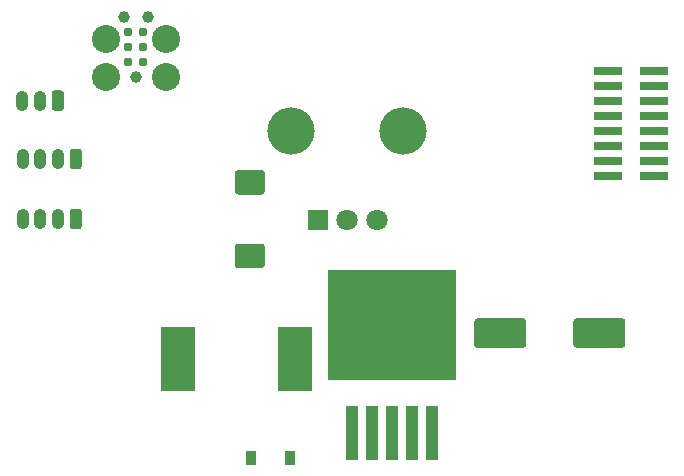
<source format=gbr>
%TF.GenerationSoftware,KiCad,Pcbnew,(5.1.9)-1*%
%TF.CreationDate,2024-04-03T16:53:24+03:00*%
%TF.ProjectId,jantteri_left,6a616e74-7465-4726-995f-6c6566742e6b,rev?*%
%TF.SameCoordinates,Original*%
%TF.FileFunction,Soldermask,Bot*%
%TF.FilePolarity,Negative*%
%FSLAX46Y46*%
G04 Gerber Fmt 4.6, Leading zero omitted, Abs format (unit mm)*
G04 Created by KiCad (PCBNEW (5.1.9)-1) date 2024-04-03 16:53:24*
%MOMM*%
%LPD*%
G01*
G04 APERTURE LIST*
%ADD10O,1.030000X1.730000*%
%ADD11C,2.374900*%
%ADD12C,0.990600*%
%ADD13C,0.787400*%
%ADD14R,0.900000X1.200000*%
%ADD15R,2.400000X0.740000*%
%ADD16R,2.900000X5.400000*%
%ADD17O,4.000000X4.000000*%
%ADD18C,1.800000*%
%ADD19R,1.800000X1.800000*%
%ADD20R,1.100000X4.600000*%
%ADD21R,10.800000X9.400000*%
G04 APERTURE END LIST*
%TO.C,J5*%
G36*
G01*
X138058999Y-75277392D02*
X138058999Y-76507394D01*
G75*
G02*
X137809000Y-76757393I-249999J0D01*
G01*
X137278998Y-76757393D01*
G75*
G02*
X137028999Y-76507394I0J249999D01*
G01*
X137028999Y-75277392D01*
G75*
G02*
X137278998Y-75027393I249999J0D01*
G01*
X137809000Y-75027393D01*
G75*
G02*
X138058999Y-75277392I0J-249999D01*
G01*
G37*
D10*
X136043999Y-75892393D03*
X134543999Y-75892393D03*
X133043999Y-75892393D03*
%TD*%
%TO.C,J4*%
X133043999Y-70812393D03*
X134543999Y-70812393D03*
X136043999Y-70812393D03*
G36*
G01*
X138058999Y-70197392D02*
X138058999Y-71427394D01*
G75*
G02*
X137809000Y-71677393I-249999J0D01*
G01*
X137278998Y-71677393D01*
G75*
G02*
X137028999Y-71427394I0J249999D01*
G01*
X137028999Y-70197392D01*
G75*
G02*
X137278998Y-69947393I249999J0D01*
G01*
X137809000Y-69947393D01*
G75*
G02*
X138058999Y-70197392I0J-249999D01*
G01*
G37*
%TD*%
D11*
%TO.C,J3*%
X140083999Y-63827393D03*
X145163999Y-63827393D03*
X145163999Y-60652393D03*
X140083999Y-60652393D03*
D12*
X143639999Y-58747393D03*
X141607999Y-58747393D03*
X142623999Y-63827393D03*
D13*
X141988999Y-62557393D03*
X143258999Y-62557393D03*
X141988999Y-61287393D03*
X143258999Y-61287393D03*
X141988999Y-60017393D03*
X143258999Y-60017393D03*
%TD*%
%TO.C,C15*%
G36*
G01*
X184075999Y-84544393D02*
X184075999Y-86544393D01*
G75*
G02*
X183825999Y-86794393I-250000J0D01*
G01*
X179925999Y-86794393D01*
G75*
G02*
X179675999Y-86544393I0J250000D01*
G01*
X179675999Y-84544393D01*
G75*
G02*
X179925999Y-84294393I250000J0D01*
G01*
X183825999Y-84294393D01*
G75*
G02*
X184075999Y-84544393I0J-250000D01*
G01*
G37*
G36*
G01*
X175675999Y-84544393D02*
X175675999Y-86544393D01*
G75*
G02*
X175425999Y-86794393I-250000J0D01*
G01*
X171525999Y-86794393D01*
G75*
G02*
X171275999Y-86544393I0J250000D01*
G01*
X171275999Y-84544393D01*
G75*
G02*
X171525999Y-84294393I250000J0D01*
G01*
X175425999Y-84294393D01*
G75*
G02*
X175675999Y-84544393I0J-250000D01*
G01*
G37*
%TD*%
%TO.C,C16*%
G36*
G01*
X153300999Y-80042393D02*
X151250999Y-80042393D01*
G75*
G02*
X151000999Y-79792393I0J250000D01*
G01*
X151000999Y-78217393D01*
G75*
G02*
X151250999Y-77967393I250000J0D01*
G01*
X153300999Y-77967393D01*
G75*
G02*
X153550999Y-78217393I0J-250000D01*
G01*
X153550999Y-79792393D01*
G75*
G02*
X153300999Y-80042393I-250000J0D01*
G01*
G37*
G36*
G01*
X153300999Y-73817393D02*
X151250999Y-73817393D01*
G75*
G02*
X151000999Y-73567393I0J250000D01*
G01*
X151000999Y-71992393D01*
G75*
G02*
X151250999Y-71742393I250000J0D01*
G01*
X153300999Y-71742393D01*
G75*
G02*
X153550999Y-71992393I0J-250000D01*
G01*
X153550999Y-73567393D01*
G75*
G02*
X153300999Y-73817393I-250000J0D01*
G01*
G37*
%TD*%
D14*
%TO.C,D2*%
X155703999Y-96085393D03*
X152403999Y-96085393D03*
%TD*%
D15*
%TO.C,J1*%
X182583999Y-72209393D03*
X186483999Y-72209393D03*
X182583999Y-70939393D03*
X186483999Y-70939393D03*
X182583999Y-69669393D03*
X186483999Y-69669393D03*
X182583999Y-68399393D03*
X186483999Y-68399393D03*
X182583999Y-67129393D03*
X186483999Y-67129393D03*
X182583999Y-65859393D03*
X186483999Y-65859393D03*
X182583999Y-64589393D03*
X186483999Y-64589393D03*
X182583999Y-63319393D03*
X186483999Y-63319393D03*
%TD*%
%TO.C,J2*%
G36*
G01*
X136534999Y-65244392D02*
X136534999Y-66474394D01*
G75*
G02*
X136285000Y-66724393I-249999J0D01*
G01*
X135754998Y-66724393D01*
G75*
G02*
X135504999Y-66474394I0J249999D01*
G01*
X135504999Y-65244392D01*
G75*
G02*
X135754998Y-64994393I249999J0D01*
G01*
X136285000Y-64994393D01*
G75*
G02*
X136534999Y-65244392I0J-249999D01*
G01*
G37*
D10*
X134519999Y-65859393D03*
X133019999Y-65859393D03*
%TD*%
D16*
%TO.C,L1*%
X146185999Y-87703393D03*
X156085999Y-87703393D03*
%TD*%
D17*
%TO.C,RV1*%
X165266399Y-68443193D03*
X155766399Y-68443193D03*
D18*
X163016399Y-75943193D03*
X160516399Y-75943193D03*
D19*
X158016399Y-75943193D03*
%TD*%
D20*
%TO.C,U3*%
X167740999Y-93986393D03*
X166040999Y-93986393D03*
X164340999Y-93986393D03*
X162640999Y-93986393D03*
X160940999Y-93986393D03*
D21*
X164340999Y-84836393D03*
%TD*%
M02*

</source>
